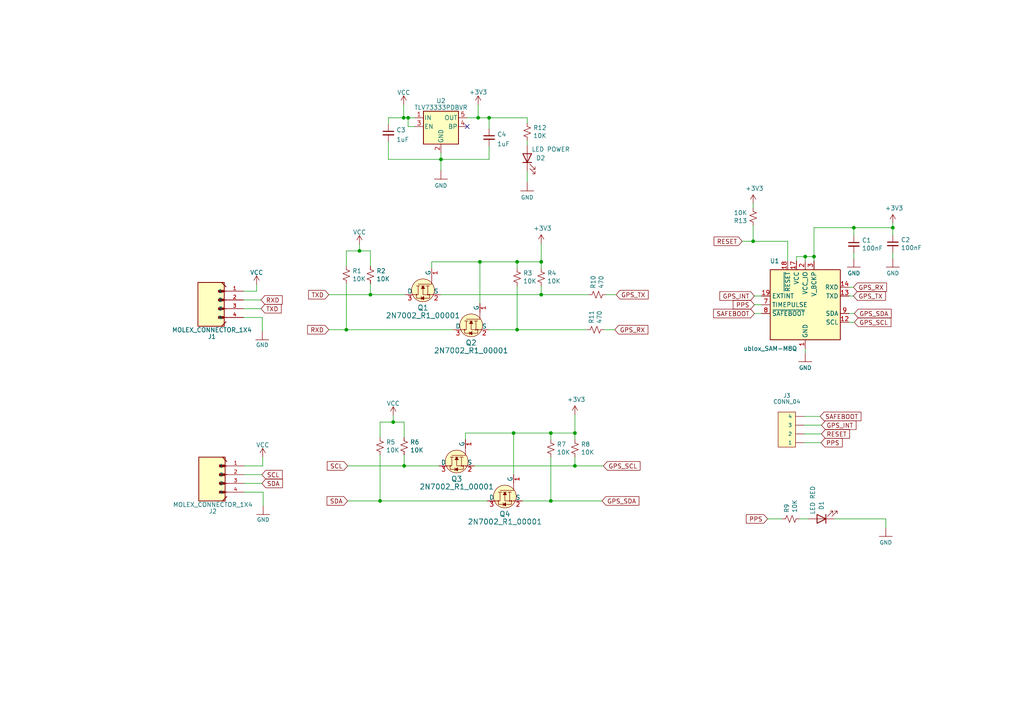
<source format=kicad_sch>
(kicad_sch (version 20230121) (generator eeschema)
  (paper "A4")
  (lib_symbols
    (symbol "Device:C_Small" (pin_numbers hide) (pin_names (offset 0.254) hide)
      (property "Reference" "C" (at 0.254 1.778 0))
      (property "Value" "C_Small" (at 0.254 -2.032 0))
      (symbol "C_Small_0_1"
        (polyline (pts (xy -1.524 -0.508) (xy 1.524 -0.508)) (stroke (width 0.3302)))
        (polyline (pts (xy -1.524 0.508) (xy 1.524 0.508)) (stroke (width 0.3048)))
      )
      (symbol "C_Small_1_1"
        (pin passive line (at 0 2.54 270) (length 2.032) (name "~") (number "1"))
        (pin passive line (at 0 -2.54 90) (length 2.032) (name "~") (number "2"))
      )
    )
    (symbol "Device:LED" (pin_numbers hide) (pin_names (offset 1.016) hide)
      (property "Reference" "D" (at 0 2.54 0))
      (property "Value" "LED" (at 0 -2.54 0))
      (symbol "LED_0_1"
        (polyline (pts (xy -1.27 -1.27) (xy -1.27 1.27)) (stroke (width 0.254)))
        (polyline (pts (xy -1.27 0) (xy 1.27 0)))
        (polyline (pts (xy 1.27 -1.27) (xy 1.27 1.27) (xy -1.27 0) (xy 1.27 -1.27)) (stroke (width 0.254)))
        (polyline (pts (xy -3.048 -0.762) (xy -4.572 -2.286) (xy -3.81 -2.286) (xy -4.572 -2.286) (xy -4.572 -1.524)))
        (polyline (pts (xy -1.778 -0.762) (xy -3.302 -2.286) (xy -2.54 -2.286) (xy -3.302 -2.286) (xy -3.302 -1.524)))
      )
      (symbol "LED_1_1"
        (pin passive line (at -3.81 0 0) (length 2.54) (name "K") (number "1"))
        (pin passive line (at 3.81 0 180) (length 2.54) (name "A") (number "2"))
      )
    )
    (symbol "Device:R_Small_US" (pin_numbers hide) (pin_names (offset 0.254) hide)
      (property "Reference" "R" (at 0.762 0.508 0))
      (property "Value" "R_Small_US" (at 0.762 -1.016 0))
      (symbol "R_Small_US_1_1"
        (polyline (pts (xy 0 0) (xy 1.016 -0.381) (xy 0 -0.762) (xy -1.016 -1.143) (xy 0 -1.524)))
        (polyline (pts (xy 0 1.524) (xy 1.016 1.143) (xy 0 0.762) (xy -1.016 0.381) (xy 0 0)))
        (pin passive line (at 0 2.54 270) (length 1.016) (name "~") (number "1"))
        (pin passive line (at 0 -2.54 90) (length 1.016) (name "~") (number "2"))
      )
    )
    (symbol "MOLEX_22035045:22035045" (pin_names (offset 1.016))
      (property "Reference" "J" (at 0 6.35 0))
      (property "Value" "22035045" (at 0 -10.16 0))
      (symbol "22035045_0_0"
        (polyline (pts (xy 0 -6.35) (xy 1.27 -7.62)) (stroke (width 0.254)))
        (polyline (pts (xy 0 -5.08) (xy 1.905 -5.08)) (stroke (width 0.254)))
        (polyline (pts (xy 0 -2.54) (xy 1.905 -2.54)) (stroke (width 0.254)))
        (polyline (pts (xy 0 0) (xy 1.905 0)) (stroke (width 0.254)))
        (polyline (pts (xy 0 2.54) (xy 1.905 2.54)) (stroke (width 0.254)))
        (polyline (pts (xy 1.27 5.08) (xy 0 3.81)) (stroke (width 0.254)))
        (rectangle (start 0.4989 -7.62) (end 8.1189 5.08) (stroke (width 0.254)) (fill (type background)))
        (rectangle (start 0.635 -5.3975) (end 2.2225 -4.7625) (stroke (width 0.1)) (fill (type outline)))
        (rectangle (start 0.635 -2.8575) (end 2.2225 -2.2225) (stroke (width 0.1)) (fill (type outline)))
        (rectangle (start 0.635 -0.3175) (end 2.2225 0.3175) (stroke (width 0.1)) (fill (type outline)))
        (rectangle (start 0.635 2.2225) (end 2.2225 2.8575) (stroke (width 0.1)) (fill (type outline)))
        (pin passive line (at -5.08 2.54 0) (length 5.08) (name "1") (number "1"))
        (pin passive line (at -5.08 0 0) (length 5.08) (name "2") (number "2"))
        (pin passive line (at -5.08 -2.54 0) (length 5.08) (name "3") (number "3"))
        (pin passive line (at -5.08 -5.08 0) (length 5.08) (name "4") (number "4"))
      )
    )
    (symbol "RF_GPS:ublox_SAM-M8Q"
      (property "Reference" "U" (at -8.89 11.43 0))
      (property "Value" "RF_GPS_ublox_SAM-M8Q" (at 11.43 11.43 0))
      (symbol "ublox_SAM-M8Q_0_1"
        (rectangle (start -10.16 10.16) (end 10.16 -10.16) (stroke (width 0.254)) (fill (type background)))
      )
      (symbol "ublox_SAM-M8Q_1_1"
        (pin power_in line (at 0 -12.7 90) (length 2.54) (name "GND") (number "1"))
        (pin passive line (at 0 -12.7 90) (length 2.54) hide (name "GND") (number "10"))
        (pin passive line (at 0 -12.7 90) (length 2.54) hide (name "GND") (number "11"))
        (pin input line (at 12.7 -5.08 180) (length 2.54) (name "SCL") (number "12"))
        (pin output line (at 12.7 2.54 180) (length 2.54) (name "TXD") (number "13"))
        (pin input line (at 12.7 5.08 180) (length 2.54) (name "RXD") (number "14"))
        (pin passive line (at 0 -12.7 90) (length 2.54) hide (name "GND") (number "15"))
        (pin passive line (at 0 -12.7 90) (length 2.54) hide (name "GND") (number "16"))
        (pin power_in line (at -2.54 12.7 270) (length 2.54) (name "VCC") (number "17"))
        (pin input line (at -5.08 12.7 270) (length 2.54) (name "~{RESET}") (number "18"))
        (pin input line (at -12.7 2.54 0) (length 2.54) (name "EXTINT") (number "19"))
        (pin power_in line (at 0 12.7 270) (length 2.54) (name "VCC_IO") (number "2"))
        (pin passive line (at 0 -12.7 90) (length 2.54) hide (name "GND") (number "20"))
        (pin power_in line (at 2.54 12.7 270) (length 2.54) (name "V_BCKP") (number "3"))
        (pin passive line (at 0 -12.7 90) (length 2.54) hide (name "GND") (number "4"))
        (pin passive line (at 0 -12.7 90) (length 2.54) hide (name "GND") (number "5"))
        (pin passive line (at 0 -12.7 90) (length 2.54) hide (name "GND") (number "6"))
        (pin output line (at -12.7 0 0) (length 2.54) (name "TIMEPULSE") (number "7"))
        (pin input line (at -12.7 -2.54 0) (length 2.54) (name "~{SAFEBOOT}") (number "8"))
        (pin bidirectional line (at 12.7 -2.54 180) (length 2.54) (name "SDA") (number "9"))
      )
    )
    (symbol "Regulator_Linear:AP131-33" (pin_names (offset 0.254))
      (property "Reference" "U" (at -3.81 5.715 0))
      (property "Value" "AP131-33" (at 0 5.715 0))
      (symbol "AP131-33_0_1"
        (rectangle (start -5.08 4.445) (end 5.08 -5.08) (stroke (width 0.254)) (fill (type background)))
      )
      (symbol "AP131-33_1_1"
        (pin power_in line (at -7.62 2.54 0) (length 2.54) (name "IN") (number "1"))
        (pin power_in line (at 0 -7.62 90) (length 2.54) (name "GND") (number "2"))
        (pin input line (at -7.62 0 0) (length 2.54) (name "EN") (number "3"))
        (pin input line (at 7.62 0 180) (length 2.54) (name "BP") (number "4"))
        (pin power_out line (at 7.62 2.54 180) (length 2.54) (name "OUT") (number "5"))
      )
    )
    (symbol "SparkFun-Connectors:CONN_04" (pin_numbers hide) (pin_names (offset 1.016))
      (property "Reference" "J" (at -5.08 10.16 0))
      (property "Value" "CONN_04" (at -5.08 -3.81 0))
      (property "Field4" "CONN-09696" (at 0 13.97 0))
      (symbol "CONN_04_0_1"
        (rectangle (start 0 -1.27) (end -5.08 8.89) (fill (type background)))
      )
      (symbol "CONN_04_1_1"
        (pin passive line (at 2.54 0 180) (length 2.54) (name "1") (number "1"))
        (pin passive line (at 2.54 2.54 180) (length 2.54) (name "2") (number "2"))
        (pin passive line (at 2.54 5.08 180) (length 2.54) (name "3") (number "3"))
        (pin passive line (at 2.54 7.62 180) (length 2.54) (name "4") (number "4"))
      )
    )
    (symbol "SparkFun-PowerSymbols:GND" (power) (pin_numbers hide) (pin_names (offset 1.016) hide)
      (property "Value" "GND" (at -1.778 -5.08 0))
      (symbol "GND_1_0"
        (polyline (pts (xy -1.905 -2.54) (xy 1.905 -2.54)))
        (polyline (pts (xy 0 0) (xy 0 -2.54)))
      )
      (symbol "GND_1_1"
        (pin power_in line (at 0 0 270) (length 0) hide (name "GND") (number "~"))
      )
    )
    (symbol "dk_Transistors-FETs-MOSFETs-Single:2N7002-7-F" (pin_names (offset 0))
      (property "Reference" "Q" (at -2.6924 3.6322 0))
      (property "Value" "2N7002-7-F" (at 3.4544 0 90))
      (symbol "2N7002-7-F_0_1"
        (circle (center -1.27 0) (radius 3.302) (fill (type background)))
        (circle (center 0 -1.905) (radius 0.127))
        (circle (center 0 -1.397) (radius 0.127))
        (polyline (pts (xy 0 -1.397) (xy -2.54 -1.397)))
        (polyline (pts (xy -5.08 -2.54) (xy -3.048 -2.54) (xy -3.048 1.397)))
        (polyline (pts (xy 0 -2.54) (xy 0 0) (xy -2.54 0)))
        (polyline (pts (xy 0 2.54) (xy 0 1.397) (xy -2.54 1.397)))
        (polyline (pts (xy -0.127 -1.905) (xy 1.016 -1.905) (xy 1.016 1.397) (xy 1.016 1.905) (xy -0.127 1.905)))
        (circle (center 0 1.905) (radius 0.127))
      )
      (symbol "2N7002-7-F_1_1"
        (polyline (pts (xy -2.54 -1.397) (xy -2.54 -1.905)))
        (polyline (pts (xy -2.54 -1.397) (xy -2.54 -0.889)))
        (polyline (pts (xy -2.54 0) (xy -2.54 -0.508)))
        (polyline (pts (xy -2.54 0) (xy -2.54 0.508)))
        (polyline (pts (xy -2.54 1.905) (xy -2.54 0.889)))
        (polyline (pts (xy 1.524 0.508) (xy 0.508 0.508)))
        (polyline (pts (xy -2.54 0) (xy -1.778 0.508) (xy -1.778 -0.508) (xy -2.54 0)) (fill (type outline)))
        (polyline (pts (xy 1.016 0.508) (xy 0.508 -0.254) (xy 1.524 -0.254) (xy 1.016 0.508)) (fill (type outline)))
        (pin bidirectional line (at -7.62 -2.54 0) (length 2.54) (name "G") (number "1"))
        (pin bidirectional line (at 0 -5.08 90) (length 2.54) (name "S") (number "2"))
        (pin bidirectional line (at 0 5.08 270) (length 2.54) (name "D") (number "3"))
      )
    )
    (symbol "power:+3V3" (power) (pin_names (offset 0))
      (property "Value" "+3V3" (at 0 3.556 0))
      (symbol "+3V3_0_1"
        (polyline (pts (xy -0.762 1.27) (xy 0 2.54)))
        (polyline (pts (xy 0 0) (xy 0 2.54)))
        (polyline (pts (xy 0 2.54) (xy 0.762 1.27)))
      )
      (symbol "+3V3_1_1"
        (pin power_in line (at 0 0 90) (length 0) hide (name "+3V3") (number "1"))
      )
    )
    (symbol "power:VCC" (power) (pin_names (offset 0))
      (property "Value" "VCC" (at 0 3.81 0))
      (symbol "VCC_0_1"
        (polyline (pts (xy -0.762 1.27) (xy 0 2.54)))
        (polyline (pts (xy 0 0) (xy 0 2.54)))
        (polyline (pts (xy 0 2.54) (xy 0.762 1.27)))
      )
      (symbol "VCC_1_1"
        (pin power_in line (at 0 0 90) (length 0) hide (name "VCC") (number "1"))
      )
    )
  )
  (junction (at 156.972 85.471))
  (junction (at 139.192 75.946))
  (junction (at 127.889 46.228))
  (junction (at 148.971 125.603))
  (junction (at 156.972 75.946))
  (junction (at 141.859 34.163))
  (junction (at 236.093 74.422))
  (junction (at 258.953 66.04))
  (junction (at 138.684 34.163))
  (junction (at 117.094 34.163))
  (junction (at 107.442 85.471))
  (junction (at 117.221 135.128))
  (junction (at 110.236 145.288))
  (junction (at 114.046 122.428))
  (junction (at 118.364 34.163))
  (junction (at 166.751 135.128))
  (junction (at 247.65 66.04))
  (junction (at 149.987 95.631))
  (junction (at 149.987 75.946))
  (junction (at 233.553 74.422))
  (junction (at 100.457 95.631))
  (junction (at 104.267 72.771))
  (junction (at 159.766 145.288))
  (junction (at 218.44 69.977))
  (junction (at 166.751 125.603))
  (junction (at 159.766 125.603))
  (no_connect (at 135.509 36.703))
  (wire (pts (xy 159.766 125.603) (xy 159.766 127.508)))
  (wire (pts (xy 100.457 82.296) (xy 100.457 95.631)))
  (wire (pts (xy 70.612 92.075) (xy 76.073 92.075)))
  (wire (pts (xy 152.908 34.163) (xy 152.908 35.687)))
  (wire (pts (xy 100.457 77.216) (xy 100.457 72.771)))
  (wire (pts (xy 166.751 120.269) (xy 166.751 125.603)))
  (wire (pts (xy 117.221 131.953) (xy 117.221 135.128)))
  (wire (pts (xy 247.65 74.93) (xy 247.65 73.406)))
  (wire (pts (xy 156.972 75.946) (xy 156.972 77.851)))
  (wire (pts (xy 104.267 70.866) (xy 104.267 72.771)))
  (wire (pts (xy 135.001 125.603) (xy 135.001 127.508)))
  (wire (pts (xy 107.442 85.471) (xy 95.377 85.471)))
  (wire (pts (xy 117.221 122.428) (xy 114.046 122.428)))
  (wire (pts (xy 149.987 75.946) (xy 149.987 77.851)))
  (wire (pts (xy 256.921 150.495) (xy 242.062 150.495)))
  (wire (pts (xy 127.889 44.323) (xy 127.889 46.228)))
  (wire (pts (xy 100.457 95.631) (xy 131.572 95.631)))
  (wire (pts (xy 100.457 72.771) (xy 104.267 72.771)))
  (wire (pts (xy 237.871 120.777) (xy 233.299 120.777)))
  (wire (pts (xy 75.692 89.535) (xy 70.612 89.535)))
  (wire (pts (xy 233.553 74.422) (xy 236.093 74.422)))
  (wire (pts (xy 258.953 74.93) (xy 258.953 73.279)))
  (wire (pts (xy 149.987 75.946) (xy 156.972 75.946)))
  (wire (pts (xy 141.859 37.338) (xy 141.859 34.163)))
  (wire (pts (xy 156.972 82.931) (xy 156.972 85.471)))
  (wire (pts (xy 117.094 34.163) (xy 118.364 34.163)))
  (wire (pts (xy 233.553 75.692) (xy 233.553 74.422)))
  (wire (pts (xy 120.269 36.703) (xy 118.364 36.703)))
  (wire (pts (xy 166.751 125.603) (xy 166.751 127.508)))
  (wire (pts (xy 234.442 150.495) (xy 231.902 150.495)))
  (wire (pts (xy 107.442 72.771) (xy 104.267 72.771)))
  (wire (pts (xy 238.252 123.317) (xy 233.299 123.317)))
  (wire (pts (xy 70.612 86.995) (xy 75.692 86.995)))
  (wire (pts (xy 141.732 95.631) (xy 149.987 95.631)))
  (wire (pts (xy 148.971 125.603) (xy 159.766 125.603)))
  (wire (pts (xy 117.221 126.873) (xy 117.221 122.428)))
  (wire (pts (xy 139.192 75.946) (xy 149.987 75.946)))
  (wire (pts (xy 117.602 85.471) (xy 107.442 85.471)))
  (wire (pts (xy 236.093 75.692) (xy 236.093 74.422)))
  (wire (pts (xy 127.889 49.403) (xy 127.889 46.228)))
  (wire (pts (xy 258.953 68.199) (xy 258.953 66.04)))
  (wire (pts (xy 247.65 66.04) (xy 236.093 66.04)))
  (wire (pts (xy 148.971 125.603) (xy 148.971 137.668)))
  (wire (pts (xy 141.859 34.163) (xy 138.684 34.163)))
  (wire (pts (xy 75.946 140.208) (xy 70.866 140.208)))
  (wire (pts (xy 125.222 75.946) (xy 125.222 77.851)))
  (wire (pts (xy 112.649 34.163) (xy 117.094 34.163)))
  (wire (pts (xy 118.364 36.703) (xy 118.364 34.163)))
  (wire (pts (xy 247.777 93.472) (xy 246.253 93.472)))
  (wire (pts (xy 247.523 83.312) (xy 246.253 83.312)))
  (wire (pts (xy 215.265 69.977) (xy 218.44 69.977)))
  (wire (pts (xy 107.442 77.216) (xy 107.442 72.771)))
  (wire (pts (xy 138.684 34.163) (xy 135.509 34.163)))
  (wire (pts (xy 127.889 46.228) (xy 141.859 46.228)))
  (wire (pts (xy 236.093 66.04) (xy 236.093 74.422)))
  (wire (pts (xy 139.192 75.946) (xy 139.192 88.011)))
  (wire (pts (xy 238.252 125.857) (xy 233.299 125.857)))
  (wire (pts (xy 110.236 145.288) (xy 141.351 145.288)))
  (wire (pts (xy 156.972 70.612) (xy 156.972 75.946)))
  (wire (pts (xy 233.299 128.397) (xy 238.125 128.397)))
  (wire (pts (xy 110.236 131.953) (xy 110.236 145.288)))
  (wire (pts (xy 218.44 59.055) (xy 218.44 60.325)))
  (wire (pts (xy 95.377 95.631) (xy 100.457 95.631)))
  (wire (pts (xy 247.523 85.852) (xy 246.253 85.852)))
  (wire (pts (xy 110.236 122.428) (xy 114.046 122.428)))
  (wire (pts (xy 127.762 85.471) (xy 156.972 85.471)))
  (wire (pts (xy 117.221 135.128) (xy 100.838 135.128)))
  (wire (pts (xy 70.866 142.748) (xy 76.327 142.748)))
  (wire (pts (xy 76.327 142.748) (xy 76.327 146.685)))
  (wire (pts (xy 76.073 92.075) (xy 76.073 96.012)))
  (wire (pts (xy 118.364 34.163) (xy 120.269 34.163)))
  (wire (pts (xy 159.766 125.603) (xy 166.751 125.603)))
  (wire (pts (xy 166.751 135.128) (xy 166.751 132.588)))
  (wire (pts (xy 149.987 82.931) (xy 149.987 95.631)))
  (wire (pts (xy 117.094 30.353) (xy 117.094 34.163)))
  (wire (pts (xy 247.65 66.04) (xy 258.953 66.04)))
  (wire (pts (xy 218.821 90.932) (xy 220.853 90.932)))
  (wire (pts (xy 114.046 120.523) (xy 114.046 122.428)))
  (wire (pts (xy 233.553 101.092) (xy 233.553 102.362)))
  (wire (pts (xy 112.649 46.228) (xy 112.649 41.148)))
  (wire (pts (xy 74.422 82.55) (xy 74.422 84.455)))
  (wire (pts (xy 222.631 150.495) (xy 226.822 150.495)))
  (wire (pts (xy 152.908 49.657) (xy 152.908 52.832)))
  (wire (pts (xy 74.422 84.455) (xy 70.612 84.455)))
  (wire (pts (xy 175.006 135.128) (xy 166.751 135.128)))
  (wire (pts (xy 137.541 135.128) (xy 166.751 135.128)))
  (wire (pts (xy 218.44 69.977) (xy 228.473 69.977)))
  (wire (pts (xy 76.2 135.128) (xy 70.866 135.128)))
  (wire (pts (xy 151.511 145.288) (xy 159.766 145.288)))
  (wire (pts (xy 110.236 126.873) (xy 110.236 122.428)))
  (wire (pts (xy 152.908 40.767) (xy 152.908 42.037)))
  (wire (pts (xy 175.26 95.631) (xy 178.308 95.631)))
  (wire (pts (xy 100.838 145.288) (xy 110.236 145.288)))
  (wire (pts (xy 141.859 42.418) (xy 141.859 46.228)))
  (wire (pts (xy 138.684 30.353) (xy 138.684 34.163)))
  (wire (pts (xy 112.649 36.068) (xy 112.649 34.163)))
  (wire (pts (xy 127.381 135.128) (xy 117.221 135.128)))
  (wire (pts (xy 112.649 46.228) (xy 127.889 46.228)))
  (wire (pts (xy 70.866 137.668) (xy 75.946 137.668)))
  (wire (pts (xy 231.013 74.422) (xy 233.553 74.422)))
  (wire (pts (xy 247.65 66.04) (xy 247.65 68.326)))
  (wire (pts (xy 256.921 153.035) (xy 256.921 150.495)))
  (wire (pts (xy 218.821 88.392) (xy 220.853 88.392)))
  (wire (pts (xy 76.2 132.588) (xy 76.2 135.128)))
  (wire (pts (xy 141.859 34.163) (xy 152.908 34.163)))
  (wire (pts (xy 159.766 145.288) (xy 174.625 145.288)))
  (wire (pts (xy 228.473 69.977) (xy 228.473 75.692)))
  (wire (pts (xy 218.821 85.852) (xy 220.853 85.852)))
  (wire (pts (xy 156.972 85.471) (xy 170.688 85.471)))
  (wire (pts (xy 107.442 82.296) (xy 107.442 85.471)))
  (wire (pts (xy 149.987 95.631) (xy 170.18 95.631)))
  (wire (pts (xy 159.766 132.588) (xy 159.766 145.288)))
  (wire (pts (xy 231.013 75.692) (xy 231.013 74.422)))
  (wire (pts (xy 125.222 75.946) (xy 139.192 75.946)))
  (wire (pts (xy 175.768 85.471) (xy 178.689 85.471)))
  (wire (pts (xy 247.777 90.932) (xy 246.253 90.932)))
  (wire (pts (xy 258.953 64.77) (xy 258.953 66.04)))
  (wire (pts (xy 218.44 65.405) (xy 218.44 69.977)))
  (wire (pts (xy 135.001 125.603) (xy 148.971 125.603)))
  (global_label "GPS_SDA" (shape input) (at 247.777 90.932 0) (property "Intersheetrefs" "${INTERSHEET_REFS}" (effects hide)))
  (global_label "RXD" (shape input) (at 95.377 95.631 180) (property "Intersheetrefs" "${INTERSHEET_REFS}" (effects hide)))
  (global_label "RXD" (shape input) (at 75.692 86.995 0) (property "Intersheetrefs" "${INTERSHEET_REFS}" (effects hide)))
  (global_label "PPS" (shape input) (at 222.631 150.495 180) (property "Intersheetrefs" "${INTERSHEET_REFS}" (effects hide)))
  (global_label "TXD" (shape input) (at 95.377 85.471 180) (property "Intersheetrefs" "${INTERSHEET_REFS}" (effects hide)))
  (global_label "PPS" (shape input) (at 238.125 128.397 0) (property "Intersheetrefs" "${INTERSHEET_REFS}" (effects hide)))
  (global_label "GPS_INT" (shape input) (at 218.821 85.852 180) (property "Intersheetrefs" "${INTERSHEET_REFS}" (effects hide)))
  (global_label "GPS_INT" (shape input) (at 238.252 123.317 0) (property "Intersheetrefs" "${INTERSHEET_REFS}" (effects hide)))
  (global_label "GPS_RX" (shape input) (at 178.308 95.631 0) (property "Intersheetrefs" "${INTERSHEET_REFS}" (effects hide)))
  (global_label "RESET" (shape input) (at 215.265 69.977 180) (property "Intersheetrefs" "${INTERSHEET_REFS}" (effects hide)))
  (global_label "GPS_TX" (shape input) (at 178.689 85.471 0) (property "Intersheetrefs" "${INTERSHEET_REFS}" (effects hide)))
  (global_label "SCL" (shape input) (at 100.838 135.128 180) (property "Intersheetrefs" "${INTERSHEET_REFS}" (effects hide)))
  (global_label "SAFEBOOT" (shape input) (at 218.821 90.932 180) (property "Intersheetrefs" "${INTERSHEET_REFS}" (effects hide)))
  (global_label "RESET" (shape input) (at 238.252 125.857 0) (property "Intersheetrefs" "${INTERSHEET_REFS}" (effects hide)))
  (global_label "GPS_SCL" (shape input) (at 247.777 93.472 0) (property "Intersheetrefs" "${INTERSHEET_REFS}" (effects hide)))
  (global_label "TXD" (shape input) (at 75.692 89.535 0) (property "Intersheetrefs" "${INTERSHEET_REFS}" (effects hide)))
  (global_label "GPS_SCL" (shape input) (at 175.006 135.128 0) (property "Intersheetrefs" "${INTERSHEET_REFS}" (effects hide)))
  (global_label "SDA" (shape input) (at 100.838 145.288 180) (property "Intersheetrefs" "${INTERSHEET_REFS}" (effects hide)))
  (global_label "SCL" (shape input) (at 75.946 137.668 0) (property "Intersheetrefs" "${INTERSHEET_REFS}" (effects hide)))
  (global_label "SAFEBOOT" (shape input) (at 237.871 120.777 0) (property "Intersheetrefs" "${INTERSHEET_REFS}" (effects hide)))
  (global_label "GPS_TX" (shape input) (at 247.523 85.852 0) (property "Intersheetrefs" "${INTERSHEET_REFS}" (effects hide)))
  (global_label "SDA" (shape input) (at 75.946 140.208 0) (property "Intersheetrefs" "${INTERSHEET_REFS}" (effects hide)))
  (global_label "GPS_SDA" (shape input) (at 174.625 145.288 0) (property "Intersheetrefs" "${INTERSHEET_REFS}" (effects hide)))
  (global_label "GPS_RX" (shape input) (at 247.523 83.312 0) (property "Intersheetrefs" "${INTERSHEET_REFS}" (effects hide)))
  (global_label "PPS" (shape input) (at 218.821 88.392 180) (property "Intersheetrefs" "${INTERSHEET_REFS}" (effects hide)))
  (symbol (lib_id "dk_Transistors-FETs-MOSFETs-Single:2N7002-7-F") (at 132.461 135.128 90) (mirror x) (unit 1)
    (property "Reference" "Q3" (at 132.461 138.9221 90) (effects (font (size 1.524 1.524))))
    (property "Value" "2N7002_R1_00001" (at 132.461 141.1763 90) (effects (font (size 1.524 1.524))))
    (property "Footprint" "digikey-footprints:SOT-23-3" (effects hide))
    (property "Datasheet" "https://www.diodes.com/assets/Datasheets/ds11303.pdf" (effects hide))
    (property "Digi-Key_PN" "2N7002-FDICT-ND" (effects hide))
    (property "MPN" "2N7002-7-F" (effects hide))
    (property "Category" "Discrete Semiconductor Products" (effects hide))
    (property "Family" "Transistors - FETs, MOSFETs - Single" (effects hide))
    (property "DK_Datasheet_Link" "https://www.diodes.com/assets/Datasheets/ds11303.pdf" (effects hide))
    (property "DK_Detail_Page" "/product-detail/en/diodes-incorporated/2N7002-7-F/2N7002-FDICT-ND/717800" (effects hide))
    (property "Description" "MOSFET N-CH 60V 115MA SOT23-3" (effects hide))
    (property "Manufacturer" "Diodes Incorporated" (effects hide))
    (property "Status" "Active" (effects hide))
  )
  (symbol (lib_id "dk_Transistors-FETs-MOSFETs-Single:2N7002-7-F") (at 122.682 85.471 90) (mirror x) (unit 1)
    (property "Reference" "Q1" (at 122.682 89.2651 90) (effects (font (size 1.524 1.524))))
    (property "Value" "2N7002_R1_00001" (at 122.682 91.5193 90) (effects (font (size 1.524 1.524))))
    (property "Footprint" "digikey-footprints:SOT-23-3" (effects hide))
    (property "Datasheet" "https://www.diodes.com/assets/Datasheets/ds11303.pdf" (effects hide))
    (property "Digi-Key_PN" "2N7002-FDICT-ND" (effects hide))
    (property "MPN" "2N7002-7-F" (effects hide))
    (property "Category" "Discrete Semiconductor Products" (effects hide))
    (property "Family" "Transistors - FETs, MOSFETs - Single" (effects hide))
    (property "DK_Datasheet_Link" "https://www.diodes.com/assets/Datasheets/ds11303.pdf" (effects hide))
    (property "DK_Detail_Page" "/product-detail/en/diodes-incorporated/2N7002-7-F/2N7002-FDICT-ND/717800" (effects hide))
    (property "Description" "MOSFET N-CH 60V 115MA SOT23-3" (effects hide))
    (property "Manufacturer" "Diodes Incorporated" (effects hide))
    (property "Status" "Active" (effects hide))
  )
  (symbol (lib_id "MOLEX_22035045:22035045") (at 65.532 86.995 0) (mirror y) (unit 1)
    (property "Reference" "J1" (at 61.4725 97.6249 0))
    (property "Value" "MOLEX_CONNECTOR_1X4" (at 61.4725 95.7039 0))
    (property "Footprint" "others:2317-04S_1x04_P2.50mm_Vertical" (effects hide))
    (property "MF" "Molex" (effects hide))
    (property "MAXIMUM_PACKAGE_HEIGHT" "5.9 mm" (effects hide))
    (property "Package" "None" (effects hide))
    (property "Price" "None" (effects hide))
    (property "Check_prices" "https://www.snapeda.com/parts/22035045/Molex/view-part/?ref=eda" (effects hide))
    (property "STANDARD" "Manufacturer Recommendations" (effects hide))
    (property "PARTREV" "A" (effects hide))
    (property "SnapEDA_Link" "https://www.snapeda.com/parts/22035045/Molex/view-part/?ref=snap" (effects hide))
    (property "MP" "22035045" (effects hide))
    (property "Description" "\nConnector Header Through Hole 4 position 0.098 (2.50mm)\n" (effects hide))
    (property "Availability" "In Stock" (effects hide))
    (property "MANUFACTURER" "Molex" (effects hide))
  )
  (symbol (lib_id "Device:R_Small_US") (at 159.766 130.048 0) (unit 1)
    (property "Reference" "R7" (at 161.4932 128.8796 0) (effects (justify left)))
    (property "Value" "10K" (at 161.4932 131.191 0) (effects (justify left)))
    (property "Footprint" "Resistor_SMD:R_0603_1608Metric" (effects hide))
  )
  (symbol (lib_id "SparkFun-PowerSymbols:GND") (at 256.921 153.035 0) (unit 1)
    (property "Reference" "#GND05" (effects hide))
    (property "Value" "GND" (at 256.921 157.353 0) (effects (font (size 1.143 1.143))))
  )
  (symbol (lib_id "power:+3V3") (at 218.44 59.055 0) (unit 1)
    (property "Reference" "#PWR010" (effects hide))
    (property "Value" "+3V3" (at 218.821 54.6608 0))
  )
  (symbol (lib_id "Device:R_Small_US") (at 107.442 79.756 0) (unit 1)
    (property "Reference" "R2" (at 109.1692 78.5876 0) (effects (justify left)))
    (property "Value" "10K" (at 109.1692 80.899 0) (effects (justify left)))
    (property "Footprint" "Resistor_SMD:R_0603_1608Metric" (effects hide))
  )
  (symbol (lib_id "power:+3V3") (at 258.953 64.77 0) (unit 1)
    (property "Reference" "#PWR01" (effects hide))
    (property "Value" "+3V3" (at 259.334 60.3758 0))
  )
  (symbol (lib_id "Regulator_Linear:AP131-33") (at 127.889 36.703 0) (unit 1)
    (property "Reference" "U2" (at 127.889 29.2481 0))
    (property "Value" "TLV73333PDBVR" (at 127.889 31.1691 0))
    (property "Footprint" "Package_TO_SOT_SMD:SOT-23-5" (effects hide))
    (property "Datasheet" "chrome-extension://efaidnbmnnnibpcajpcglclefindmkaj/https://cdn.ozdisan.com/ETicaret_Dosya/532538_6351362.pdf" (effects hide))
  )
  (symbol (lib_id "dk_Transistors-FETs-MOSFETs-Single:2N7002-7-F") (at 146.431 145.288 90) (mirror x) (unit 1)
    (property "Reference" "Q4" (at 146.431 149.0821 90) (effects (font (size 1.524 1.524))))
    (property "Value" "2N7002_R1_00001" (at 146.431 151.3363 90) (effects (font (size 1.524 1.524))))
    (property "Footprint" "digikey-footprints:SOT-23-3" (effects hide))
    (property "Datasheet" "https://www.diodes.com/assets/Datasheets/ds11303.pdf" (effects hide))
    (property "Digi-Key_PN" "2N7002-FDICT-ND" (effects hide))
    (property "MPN" "2N7002-7-F" (effects hide))
    (property "Category" "Discrete Semiconductor Products" (effects hide))
    (property "Family" "Transistors - FETs, MOSFETs - Single" (effects hide))
    (property "DK_Datasheet_Link" "https://www.diodes.com/assets/Datasheets/ds11303.pdf" (effects hide))
    (property "DK_Detail_Page" "/product-detail/en/diodes-incorporated/2N7002-7-F/2N7002-FDICT-ND/717800" (effects hide))
    (property "Description" "MOSFET N-CH 60V 115MA SOT23-3" (effects hide))
    (property "Manufacturer" "Diodes Incorporated" (effects hide))
    (property "Status" "Active" (effects hide))
  )
  (symbol (lib_id "MOLEX_22035045:22035045") (at 65.786 137.668 0) (mirror y) (unit 1)
    (property "Reference" "J2" (at 61.7265 148.2979 0))
    (property "Value" "MOLEX_CONNECTOR_1X4" (at 61.7265 146.3769 0))
    (property "Footprint" "others:2317-04S_1x04_P2.50mm_Vertical" (effects hide))
    (property "MF" "Molex" (effects hide))
    (property "MAXIMUM_PACKAGE_HEIGHT" "5.9 mm" (effects hide))
    (property "Package" "None" (effects hide))
    (property "Price" "None" (effects hide))
    (property "Check_prices" "https://www.snapeda.com/parts/22035045/Molex/view-part/?ref=eda" (effects hide))
    (property "STANDARD" "Manufacturer Recommendations" (effects hide))
    (property "PARTREV" "A" (effects hide))
    (property "SnapEDA_Link" "https://www.snapeda.com/parts/22035045/Molex/view-part/?ref=snap" (effects hide))
    (property "MP" "22035045" (effects hide))
    (property "Description" "\nConnector Header Through Hole 4 position 0.098 (2.50mm)\n" (effects hide))
    (property "Availability" "In Stock" (effects hide))
    (property "MANUFACTURER" "Molex" (effects hide))
  )
  (symbol (lib_id "Device:R_Small_US") (at 110.236 129.413 0) (unit 1)
    (property "Reference" "R5" (at 111.9632 128.2446 0) (effects (justify left)))
    (property "Value" "10K" (at 111.9632 130.556 0) (effects (justify left)))
    (property "Footprint" "Resistor_SMD:R_0603_1608Metric" (effects hide))
  )
  (symbol (lib_id "dk_Transistors-FETs-MOSFETs-Single:2N7002-7-F") (at 136.652 95.631 90) (mirror x) (unit 1)
    (property "Reference" "Q2" (at 136.652 99.4251 90) (effects (font (size 1.524 1.524))))
    (property "Value" "2N7002_R1_00001" (at 136.652 101.6793 90) (effects (font (size 1.524 1.524))))
    (property "Footprint" "digikey-footprints:SOT-23-3" (effects hide))
    (property "Datasheet" "https://www.diodes.com/assets/Datasheets/ds11303.pdf" (effects hide))
    (property "Digi-Key_PN" "2N7002-FDICT-ND" (effects hide))
    (property "MPN" "2N7002-7-F" (effects hide))
    (property "Category" "Discrete Semiconductor Products" (effects hide))
    (property "Family" "Transistors - FETs, MOSFETs - Single" (effects hide))
    (property "DK_Datasheet_Link" "https://www.diodes.com/assets/Datasheets/ds11303.pdf" (effects hide))
    (property "DK_Detail_Page" "/product-detail/en/diodes-incorporated/2N7002-7-F/2N7002-FDICT-ND/717800" (effects hide))
    (property "Description" "MOSFET N-CH 60V 115MA SOT23-3" (effects hide))
    (property "Manufacturer" "Diodes Incorporated" (effects hide))
    (property "Status" "Active" (effects hide))
  )
  (symbol (lib_id "Device:R_Small_US") (at 218.44 62.865 180) (unit 1)
    (property "Reference" "R13" (at 216.7128 64.0334 0) (effects (justify left)))
    (property "Value" "10K" (at 216.7128 61.722 0) (effects (justify left)))
    (property "Footprint" "Resistor_SMD:R_0603_1608Metric" (effects hide))
  )
  (symbol (lib_id "SparkFun-PowerSymbols:GND") (at 152.908 52.832 0) (unit 1)
    (property "Reference" "#GND08" (effects hide))
    (property "Value" "GND" (at 152.908 57.2684 0) (effects (font (size 1.143 1.143))))
  )
  (symbol (lib_id "Device:C_Small") (at 258.953 70.739 0) (unit 1)
    (property "Reference" "C2" (at 261.2898 69.5706 0) (effects (justify left)))
    (property "Value" "100nF" (at 261.2898 71.882 0) (effects (justify left)))
    (property "Footprint" "Capacitor_SMD:C_0603_1608Metric" (effects hide))
  )
  (symbol (lib_id "SparkFun-PowerSymbols:GND") (at 127.889 49.403 0) (unit 1)
    (property "Reference" "#GND07" (effects hide))
    (property "Value" "GND" (at 127.889 53.8394 0) (effects (font (size 1.143 1.143))))
  )
  (symbol (lib_id "power:VCC") (at 74.422 82.55 0) (unit 1)
    (property "Reference" "#PWR04" (effects hide))
    (property "Value" "VCC" (at 74.422 79.0481 0))
  )
  (symbol (lib_id "SparkFun-PowerSymbols:GND") (at 76.327 146.685 0) (unit 1)
    (property "Reference" "#GND06" (effects hide))
    (property "Value" "GND" (at 76.327 150.7371 0) (effects (font (size 1.143 1.143))))
  )
  (symbol (lib_id "power:+3V3") (at 166.751 120.269 0) (unit 1)
    (property "Reference" "#PWR06" (effects hide))
    (property "Value" "+3V3" (at 167.132 115.8748 0))
  )
  (symbol (lib_id "Device:R_Small_US") (at 166.751 130.048 0) (unit 1)
    (property "Reference" "R8" (at 168.4782 128.8796 0) (effects (justify left)))
    (property "Value" "10K" (at 168.4782 131.191 0) (effects (justify left)))
    (property "Footprint" "Resistor_SMD:R_0603_1608Metric" (effects hide))
  )
  (symbol (lib_id "RF_GPS:ublox_SAM-M8Q") (at 233.553 88.392 0) (unit 1)
    (property "Reference" "U1" (at 224.663 75.692 0))
    (property "Value" "ublox_SAM-M8Q" (at 223.393 101.092 0))
    (property "Footprint" "RF_GPS:ublox_SAM-M8Q" (effects hide))
    (property "Datasheet" "https://www.u-blox.com/sites/default/files/SAM-M8Q_DataSheet_%28UBX-16012619%29.pdf" (effects hide))
  )
  (symbol (lib_id "Device:R_Small_US") (at 156.972 80.391 0) (unit 1)
    (property "Reference" "R4" (at 158.6992 79.2226 0) (effects (justify left)))
    (property "Value" "10K" (at 158.6992 81.534 0) (effects (justify left)))
    (property "Footprint" "Resistor_SMD:R_0603_1608Metric" (effects hide))
  )
  (symbol (lib_id "power:VCC") (at 104.267 70.866 0) (unit 1)
    (property "Reference" "#PWR02" (effects hide))
    (property "Value" "VCC" (at 104.267 67.3641 0))
  )
  (symbol (lib_id "Device:R_Small_US") (at 117.221 129.413 0) (unit 1)
    (property "Reference" "R6" (at 118.9482 128.2446 0) (effects (justify left)))
    (property "Value" "10K" (at 118.9482 130.556 0) (effects (justify left)))
    (property "Footprint" "Resistor_SMD:R_0603_1608Metric" (effects hide))
  )
  (symbol (lib_id "SparkFun-PowerSymbols:GND") (at 247.65 74.93 0) (unit 1)
    (property "Reference" "#GND02" (effects hide))
    (property "Value" "GND" (at 247.65 79.248 0) (effects (font (size 1.143 1.143))))
  )
  (symbol (lib_id "Device:R_Small_US") (at 152.908 38.227 0) (unit 1)
    (property "Reference" "R12" (at 154.6352 37.0586 0) (effects (justify left)))
    (property "Value" "10K" (at 154.6352 39.37 0) (effects (justify left)))
    (property "Footprint" "Resistor_SMD:R_0603_1608Metric" (effects hide))
  )
  (symbol (lib_id "Device:LED") (at 238.252 150.495 180) (unit 1)
    (property "Reference" "D1" (at 238.252 147.955 90) (effects (justify right)))
    (property "Value" "LED RED" (at 235.712 149.225 90) (effects (justify right)))
    (property "Footprint" "LED_SMD:LED_0603_1608Metric" (effects hide))
  )
  (symbol (lib_id "SparkFun-PowerSymbols:GND") (at 76.073 96.012 0) (unit 1)
    (property "Reference" "#GND04" (effects hide))
    (property "Value" "GND" (at 76.073 100.0641 0) (effects (font (size 1.143 1.143))))
  )
  (symbol (lib_id "power:VCC") (at 76.2 132.588 0) (unit 1)
    (property "Reference" "#PWR07" (effects hide))
    (property "Value" "VCC" (at 76.2 129.0861 0))
  )
  (symbol (lib_id "Device:LED") (at 152.908 45.847 90) (unit 1)
    (property "Reference" "D2" (at 155.448 45.847 90) (effects (justify right)))
    (property "Value" "LED POWER" (at 154.178 43.307 90) (effects (justify right)))
    (property "Footprint" "LED_SMD:LED_0603_1608Metric" (effects hide))
  )
  (symbol (lib_id "SparkFun-PowerSymbols:GND") (at 233.553 102.362 0) (unit 1)
    (property "Reference" "#GND01" (effects hide))
    (property "Value" "GND" (at 233.553 106.68 0) (effects (font (size 1.143 1.143))))
  )
  (symbol (lib_id "Device:C_Small") (at 112.649 38.608 0) (unit 1)
    (property "Reference" "C3" (at 114.9731 37.7058 0) (effects (justify left)))
    (property "Value" "1uF" (at 114.9731 40.4809 0) (effects (justify left)))
    (property "Footprint" "Capacitor_SMD:C_0603_1608Metric" (effects hide))
  )
  (symbol (lib_id "Device:R_Small_US") (at 149.987 80.391 0) (unit 1)
    (property "Reference" "R3" (at 151.7142 79.2226 0) (effects (justify left)))
    (property "Value" "10K" (at 151.7142 81.534 0) (effects (justify left)))
    (property "Footprint" "Resistor_SMD:R_0603_1608Metric" (effects hide))
  )
  (symbol (lib_id "Device:R_Small_US") (at 173.228 85.471 90) (unit 1)
    (property "Reference" "R10" (at 172.0596 83.7438 0) (effects (justify left)))
    (property "Value" "470" (at 174.371 83.7438 0) (effects (justify left)))
    (property "Footprint" "Resistor_SMD:R_0603_1608Metric" (effects hide))
  )
  (symbol (lib_id "Device:R_Small_US") (at 172.72 95.631 90) (unit 1)
    (property "Reference" "R11" (at 171.5516 93.9038 0) (effects (justify left)))
    (property "Value" "470" (at 173.863 93.9038 0) (effects (justify left)))
    (property "Footprint" "Resistor_SMD:R_0603_1608Metric" (effects hide))
  )
  (symbol (lib_id "power:+3V3") (at 156.972 70.612 0) (unit 1)
    (property "Reference" "#PWR03" (effects hide))
    (property "Value" "+3V3" (at 157.353 66.2178 0))
  )
  (symbol (lib_id "power:VCC") (at 117.094 30.353 0) (unit 1)
    (property "Reference" "#PWR08" (effects hide))
    (property "Value" "VCC" (at 117.094 26.8511 0))
  )
  (symbol (lib_id "Device:C_Small") (at 247.65 70.866 0) (unit 1)
    (property "Reference" "C1" (at 249.9868 69.6976 0) (effects (justify left)))
    (property "Value" "100nF" (at 249.9868 72.009 0) (effects (justify left)))
    (property "Footprint" "Capacitor_SMD:C_0603_1608Metric" (effects hide))
  )
  (symbol (lib_id "power:VCC") (at 114.046 120.523 0) (unit 1)
    (property "Reference" "#PWR05" (effects hide))
    (property "Value" "VCC" (at 114.046 117.0211 0))
  )
  (symbol (lib_id "SparkFun-Connectors:CONN_04") (at 230.759 128.397 0) (unit 1)
    (property "Reference" "J3" (at 228.219 114.7467 0) (effects (font (size 1.143 1.143))))
    (property "Value" "CONN_04" (at 228.219 116.5009 0) (effects (font (size 1.143 1.143))))
    (property "Footprint" "1X04" (effects hide))
  )
  (symbol (lib_id "Device:C_Small") (at 141.859 39.878 0) (unit 1)
    (property "Reference" "C4" (at 144.1831 38.9758 0) (effects (justify left)))
    (property "Value" "1uF" (at 144.1831 41.7509 0) (effects (justify left)))
    (property "Footprint" "Capacitor_SMD:C_0603_1608Metric" (effects hide))
  )
  (symbol (lib_id "Device:R_Small_US") (at 229.362 150.495 90) (unit 1)
    (property "Reference" "R9" (at 228.1936 148.7678 0) (effects (justify left)))
    (property "Value" "10K" (at 230.505 148.7678 0) (effects (justify left)))
    (property "Footprint" "Resistor_SMD:R_0603_1608Metric" (effects hide))
  )
  (symbol (lib_id "power:+3V3") (at 138.684 30.353 0) (unit 1)
    (property "Reference" "#PWR09" (effects hide))
    (property "Value" "+3V3" (at 138.684 26.7485 0))
  )
  (symbol (lib_id "SparkFun-PowerSymbols:GND") (at 258.953 74.93 0) (unit 1)
    (property "Reference" "#GND03" (effects hide))
    (property "Value" "GND" (at 258.953 79.248 0) (effects (font (size 1.143 1.143))))
  )
  (symbol (lib_id "Device:R_Small_US") (at 100.457 79.756 0) (unit 1)
    (property "Reference" "R1" (at 102.1842 78.5876 0) (effects (justify left)))
    (property "Value" "10K" (at 102.1842 80.899 0) (effects (justify left)))
    (property "Footprint" "Resistor_SMD:R_0603_1608Metric" (effects hide))
  )
)
</source>
